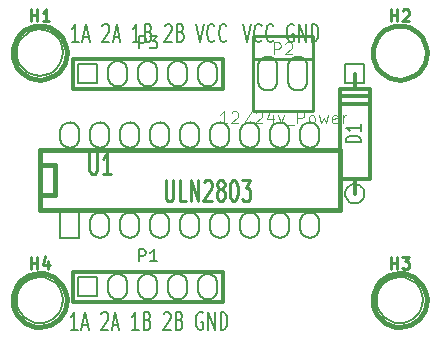
<source format=gto>
G04 (created by PCBNEW-RS274X (2011-07-08 BZR 3044)-stable) date 2012-09-13 22:13:04*
G01*
G70*
G90*
%MOIN*%
G04 Gerber Fmt 3.4, Leading zero omitted, Abs format*
%FSLAX34Y34*%
G04 APERTURE LIST*
%ADD10C,0.006000*%
%ADD11C,0.007900*%
%ADD12C,0.015000*%
%ADD13C,0.010000*%
%ADD14C,0.012000*%
%ADD15C,0.003500*%
%ADD16C,0.008000*%
%ADD17C,0.011300*%
G04 APERTURE END LIST*
G54D10*
G54D11*
X17018Y-35239D02*
X16793Y-35239D01*
X16906Y-35239D02*
X16906Y-34648D01*
X16868Y-34732D01*
X16831Y-34788D01*
X16793Y-34817D01*
X17168Y-35070D02*
X17356Y-35070D01*
X17131Y-35239D02*
X17262Y-34648D01*
X17393Y-35239D01*
X17806Y-34704D02*
X17825Y-34676D01*
X17862Y-34648D01*
X17956Y-34648D01*
X17994Y-34676D01*
X18012Y-34704D01*
X18031Y-34760D01*
X18031Y-34817D01*
X18012Y-34901D01*
X17787Y-35239D01*
X18031Y-35239D01*
X18181Y-35070D02*
X18369Y-35070D01*
X18144Y-35239D02*
X18275Y-34648D01*
X18406Y-35239D01*
X19044Y-35239D02*
X18819Y-35239D01*
X18932Y-35239D02*
X18932Y-34648D01*
X18894Y-34732D01*
X18857Y-34788D01*
X18819Y-34817D01*
X19344Y-34929D02*
X19400Y-34957D01*
X19419Y-34985D01*
X19438Y-35042D01*
X19438Y-35126D01*
X19419Y-35182D01*
X19400Y-35211D01*
X19363Y-35239D01*
X19213Y-35239D01*
X19213Y-34648D01*
X19344Y-34648D01*
X19382Y-34676D01*
X19400Y-34704D01*
X19419Y-34760D01*
X19419Y-34817D01*
X19400Y-34873D01*
X19382Y-34901D01*
X19344Y-34929D01*
X19213Y-34929D01*
X19888Y-34704D02*
X19907Y-34676D01*
X19944Y-34648D01*
X20038Y-34648D01*
X20076Y-34676D01*
X20094Y-34704D01*
X20113Y-34760D01*
X20113Y-34817D01*
X20094Y-34901D01*
X19869Y-35239D01*
X20113Y-35239D01*
X20413Y-34929D02*
X20469Y-34957D01*
X20488Y-34985D01*
X20507Y-35042D01*
X20507Y-35126D01*
X20488Y-35182D01*
X20469Y-35211D01*
X20432Y-35239D01*
X20282Y-35239D01*
X20282Y-34648D01*
X20413Y-34648D01*
X20451Y-34676D01*
X20469Y-34704D01*
X20488Y-34760D01*
X20488Y-34817D01*
X20469Y-34873D01*
X20451Y-34901D01*
X20413Y-34929D01*
X20282Y-34929D01*
X21182Y-34676D02*
X21145Y-34648D01*
X21088Y-34648D01*
X21032Y-34676D01*
X20995Y-34732D01*
X20976Y-34788D01*
X20957Y-34901D01*
X20957Y-34985D01*
X20976Y-35098D01*
X20995Y-35154D01*
X21032Y-35211D01*
X21088Y-35239D01*
X21126Y-35239D01*
X21182Y-35211D01*
X21201Y-35182D01*
X21201Y-34985D01*
X21126Y-34985D01*
X21370Y-35239D02*
X21370Y-34648D01*
X21595Y-35239D01*
X21595Y-34648D01*
X21783Y-35239D02*
X21783Y-34648D01*
X21877Y-34648D01*
X21933Y-34676D01*
X21970Y-34732D01*
X21989Y-34788D01*
X22008Y-34901D01*
X22008Y-34985D01*
X21989Y-35098D01*
X21970Y-35154D01*
X21933Y-35211D01*
X21877Y-35239D01*
X21783Y-35239D01*
X22525Y-25043D02*
X22656Y-25643D01*
X22787Y-25043D01*
X23144Y-25586D02*
X23125Y-25614D01*
X23069Y-25643D01*
X23031Y-25643D01*
X22975Y-25614D01*
X22938Y-25557D01*
X22919Y-25500D01*
X22900Y-25386D01*
X22900Y-25300D01*
X22919Y-25186D01*
X22938Y-25129D01*
X22975Y-25071D01*
X23031Y-25043D01*
X23069Y-25043D01*
X23125Y-25071D01*
X23144Y-25100D01*
X23538Y-25586D02*
X23519Y-25614D01*
X23463Y-25643D01*
X23425Y-25643D01*
X23369Y-25614D01*
X23332Y-25557D01*
X23313Y-25500D01*
X23294Y-25386D01*
X23294Y-25300D01*
X23313Y-25186D01*
X23332Y-25129D01*
X23369Y-25071D01*
X23425Y-25043D01*
X23463Y-25043D01*
X23519Y-25071D01*
X23538Y-25100D01*
X24213Y-25071D02*
X24176Y-25043D01*
X24119Y-25043D01*
X24063Y-25071D01*
X24026Y-25129D01*
X24007Y-25186D01*
X23988Y-25300D01*
X23988Y-25386D01*
X24007Y-25500D01*
X24026Y-25557D01*
X24063Y-25614D01*
X24119Y-25643D01*
X24157Y-25643D01*
X24213Y-25614D01*
X24232Y-25586D01*
X24232Y-25386D01*
X24157Y-25386D01*
X24401Y-25643D02*
X24401Y-25043D01*
X24626Y-25643D01*
X24626Y-25043D01*
X24814Y-25643D02*
X24814Y-25043D01*
X24908Y-25043D01*
X24964Y-25071D01*
X25001Y-25129D01*
X25020Y-25186D01*
X25039Y-25300D01*
X25039Y-25386D01*
X25020Y-25500D01*
X25001Y-25557D01*
X24964Y-25614D01*
X24908Y-25643D01*
X24814Y-25643D01*
X17055Y-25643D02*
X16830Y-25643D01*
X16943Y-25643D02*
X16943Y-25043D01*
X16905Y-25129D01*
X16868Y-25186D01*
X16830Y-25214D01*
X17205Y-25471D02*
X17393Y-25471D01*
X17168Y-25643D02*
X17299Y-25043D01*
X17430Y-25643D01*
X17843Y-25100D02*
X17862Y-25071D01*
X17899Y-25043D01*
X17993Y-25043D01*
X18031Y-25071D01*
X18049Y-25100D01*
X18068Y-25157D01*
X18068Y-25214D01*
X18049Y-25300D01*
X17824Y-25643D01*
X18068Y-25643D01*
X18218Y-25471D02*
X18406Y-25471D01*
X18181Y-25643D02*
X18312Y-25043D01*
X18443Y-25643D01*
X19081Y-25643D02*
X18856Y-25643D01*
X18969Y-25643D02*
X18969Y-25043D01*
X18931Y-25129D01*
X18894Y-25186D01*
X18856Y-25214D01*
X19381Y-25329D02*
X19437Y-25357D01*
X19456Y-25386D01*
X19475Y-25443D01*
X19475Y-25529D01*
X19456Y-25586D01*
X19437Y-25614D01*
X19400Y-25643D01*
X19250Y-25643D01*
X19250Y-25043D01*
X19381Y-25043D01*
X19419Y-25071D01*
X19437Y-25100D01*
X19456Y-25157D01*
X19456Y-25214D01*
X19437Y-25271D01*
X19419Y-25300D01*
X19381Y-25329D01*
X19250Y-25329D01*
X19925Y-25100D02*
X19944Y-25071D01*
X19981Y-25043D01*
X20075Y-25043D01*
X20113Y-25071D01*
X20131Y-25100D01*
X20150Y-25157D01*
X20150Y-25214D01*
X20131Y-25300D01*
X19906Y-25643D01*
X20150Y-25643D01*
X20450Y-25329D02*
X20506Y-25357D01*
X20525Y-25386D01*
X20544Y-25443D01*
X20544Y-25529D01*
X20525Y-25586D01*
X20506Y-25614D01*
X20469Y-25643D01*
X20319Y-25643D01*
X20319Y-25043D01*
X20450Y-25043D01*
X20488Y-25071D01*
X20506Y-25100D01*
X20525Y-25157D01*
X20525Y-25214D01*
X20506Y-25271D01*
X20488Y-25300D01*
X20450Y-25329D01*
X20319Y-25329D01*
X20957Y-25043D02*
X21088Y-25643D01*
X21219Y-25043D01*
X21576Y-25586D02*
X21557Y-25614D01*
X21501Y-25643D01*
X21463Y-25643D01*
X21407Y-25614D01*
X21370Y-25557D01*
X21351Y-25500D01*
X21332Y-25386D01*
X21332Y-25300D01*
X21351Y-25186D01*
X21370Y-25129D01*
X21407Y-25071D01*
X21463Y-25043D01*
X21501Y-25043D01*
X21557Y-25071D01*
X21576Y-25100D01*
X21970Y-25586D02*
X21951Y-25614D01*
X21895Y-25643D01*
X21857Y-25643D01*
X21801Y-25614D01*
X21764Y-25557D01*
X21745Y-25500D01*
X21726Y-25386D01*
X21726Y-25300D01*
X21745Y-25186D01*
X21764Y-25129D01*
X21801Y-25071D01*
X21857Y-25043D01*
X21895Y-25043D01*
X21951Y-25071D01*
X21970Y-25100D01*
G54D12*
X16650Y-26000D02*
X16632Y-26174D01*
X16582Y-26342D01*
X16499Y-26498D01*
X16388Y-26634D01*
X16253Y-26746D01*
X16098Y-26829D01*
X15930Y-26881D01*
X15756Y-26899D01*
X15582Y-26884D01*
X15413Y-26834D01*
X15258Y-26753D01*
X15121Y-26643D01*
X15008Y-26508D01*
X14923Y-26354D01*
X14870Y-26187D01*
X14851Y-26012D01*
X14865Y-25838D01*
X14914Y-25669D01*
X14994Y-25513D01*
X15103Y-25375D01*
X15237Y-25261D01*
X15390Y-25176D01*
X15557Y-25121D01*
X15732Y-25101D01*
X15906Y-25114D01*
X16075Y-25161D01*
X16232Y-25241D01*
X16370Y-25349D01*
X16485Y-25482D01*
X16572Y-25634D01*
X16627Y-25801D01*
X16649Y-25975D01*
X16650Y-26000D01*
X28650Y-26000D02*
X28632Y-26174D01*
X28582Y-26342D01*
X28499Y-26498D01*
X28388Y-26634D01*
X28253Y-26746D01*
X28098Y-26829D01*
X27930Y-26881D01*
X27756Y-26899D01*
X27582Y-26884D01*
X27413Y-26834D01*
X27258Y-26753D01*
X27121Y-26643D01*
X27008Y-26508D01*
X26923Y-26354D01*
X26870Y-26187D01*
X26851Y-26012D01*
X26865Y-25838D01*
X26914Y-25669D01*
X26994Y-25513D01*
X27103Y-25375D01*
X27237Y-25261D01*
X27390Y-25176D01*
X27557Y-25121D01*
X27732Y-25101D01*
X27906Y-25114D01*
X28075Y-25161D01*
X28232Y-25241D01*
X28370Y-25349D01*
X28485Y-25482D01*
X28572Y-25634D01*
X28627Y-25801D01*
X28649Y-25975D01*
X28650Y-26000D01*
X28650Y-34250D02*
X28632Y-34424D01*
X28582Y-34592D01*
X28499Y-34748D01*
X28388Y-34884D01*
X28253Y-34996D01*
X28098Y-35079D01*
X27930Y-35131D01*
X27756Y-35149D01*
X27582Y-35134D01*
X27413Y-35084D01*
X27258Y-35003D01*
X27121Y-34893D01*
X27008Y-34758D01*
X26923Y-34604D01*
X26870Y-34437D01*
X26851Y-34262D01*
X26865Y-34088D01*
X26914Y-33919D01*
X26994Y-33763D01*
X27103Y-33625D01*
X27237Y-33511D01*
X27390Y-33426D01*
X27557Y-33371D01*
X27732Y-33351D01*
X27906Y-33364D01*
X28075Y-33411D01*
X28232Y-33491D01*
X28370Y-33599D01*
X28485Y-33732D01*
X28572Y-33884D01*
X28627Y-34051D01*
X28649Y-34225D01*
X28650Y-34250D01*
X16650Y-34250D02*
X16632Y-34424D01*
X16582Y-34592D01*
X16499Y-34748D01*
X16388Y-34884D01*
X16253Y-34996D01*
X16098Y-35079D01*
X15930Y-35131D01*
X15756Y-35149D01*
X15582Y-35134D01*
X15413Y-35084D01*
X15258Y-35003D01*
X15121Y-34893D01*
X15008Y-34758D01*
X14923Y-34604D01*
X14870Y-34437D01*
X14851Y-34262D01*
X14865Y-34088D01*
X14914Y-33919D01*
X14994Y-33763D01*
X15103Y-33625D01*
X15237Y-33511D01*
X15390Y-33426D01*
X15557Y-33371D01*
X15732Y-33351D01*
X15906Y-33364D01*
X16075Y-33411D01*
X16232Y-33491D01*
X16370Y-33599D01*
X16485Y-33732D01*
X16572Y-33884D01*
X16627Y-34051D01*
X16649Y-34225D01*
X16650Y-34250D01*
G54D13*
X24850Y-26200D02*
X22850Y-26200D01*
X24850Y-27950D02*
X22850Y-27950D01*
X22850Y-25450D02*
X24850Y-25450D01*
X22850Y-25450D02*
X22850Y-27950D01*
X24850Y-25450D02*
X24850Y-27950D01*
G54D14*
X16850Y-33300D02*
X16850Y-34300D01*
X21850Y-34300D02*
X21850Y-33300D01*
X16850Y-33300D02*
X21850Y-33300D01*
X21850Y-34300D02*
X16850Y-34300D01*
X16850Y-26200D02*
X16850Y-27200D01*
X21850Y-27200D02*
X21850Y-26200D01*
X16850Y-26200D02*
X21850Y-26200D01*
X21850Y-27200D02*
X16850Y-27200D01*
X25750Y-30200D02*
X25750Y-27200D01*
X25750Y-27200D02*
X26750Y-27200D01*
X26750Y-27200D02*
X26750Y-30200D01*
X26750Y-30200D02*
X25750Y-30200D01*
X25750Y-27450D02*
X26750Y-27450D01*
X26750Y-27700D02*
X25750Y-27700D01*
X26250Y-30200D02*
X26250Y-30700D01*
X26250Y-27200D02*
X26250Y-26700D01*
G54D12*
X15750Y-29750D02*
X16250Y-29750D01*
X16250Y-29750D02*
X16250Y-30750D01*
X16250Y-30750D02*
X15750Y-30750D01*
X15750Y-29250D02*
X25750Y-29250D01*
X25750Y-29250D02*
X25750Y-31250D01*
X25750Y-31250D02*
X15750Y-31250D01*
X15750Y-31250D02*
X15750Y-29250D01*
G54D10*
X16520Y-26000D02*
X16505Y-26149D01*
X16461Y-26293D01*
X16391Y-26426D01*
X16296Y-26542D01*
X16180Y-26638D01*
X16048Y-26709D01*
X15904Y-26754D01*
X15755Y-26769D01*
X15606Y-26756D01*
X15462Y-26713D01*
X15329Y-26644D01*
X15212Y-26550D01*
X15115Y-26435D01*
X15043Y-26303D01*
X14997Y-26160D01*
X14981Y-26010D01*
X14993Y-25862D01*
X15035Y-25717D01*
X15103Y-25583D01*
X15197Y-25466D01*
X15311Y-25368D01*
X15442Y-25295D01*
X15585Y-25248D01*
X15734Y-25231D01*
X15883Y-25242D01*
X16028Y-25283D01*
X16162Y-25350D01*
X16281Y-25443D01*
X16379Y-25557D01*
X16453Y-25687D01*
X16500Y-25830D01*
X16519Y-25979D01*
X16520Y-26000D01*
X28520Y-34250D02*
X28505Y-34399D01*
X28461Y-34543D01*
X28391Y-34676D01*
X28296Y-34792D01*
X28180Y-34888D01*
X28048Y-34959D01*
X27904Y-35004D01*
X27755Y-35019D01*
X27606Y-35006D01*
X27462Y-34963D01*
X27329Y-34894D01*
X27212Y-34800D01*
X27115Y-34685D01*
X27043Y-34553D01*
X26997Y-34410D01*
X26981Y-34260D01*
X26993Y-34112D01*
X27035Y-33967D01*
X27103Y-33833D01*
X27197Y-33716D01*
X27311Y-33618D01*
X27442Y-33545D01*
X27585Y-33498D01*
X27734Y-33481D01*
X27883Y-33492D01*
X28028Y-33533D01*
X28162Y-33600D01*
X28281Y-33693D01*
X28379Y-33807D01*
X28453Y-33937D01*
X28500Y-34080D01*
X28519Y-34229D01*
X28520Y-34250D01*
X16520Y-34250D02*
X16505Y-34399D01*
X16461Y-34543D01*
X16391Y-34676D01*
X16296Y-34792D01*
X16180Y-34888D01*
X16048Y-34959D01*
X15904Y-35004D01*
X15755Y-35019D01*
X15606Y-35006D01*
X15462Y-34963D01*
X15329Y-34894D01*
X15212Y-34800D01*
X15115Y-34685D01*
X15043Y-34553D01*
X14997Y-34410D01*
X14981Y-34260D01*
X14993Y-34112D01*
X15035Y-33967D01*
X15103Y-33833D01*
X15197Y-33716D01*
X15311Y-33618D01*
X15442Y-33545D01*
X15585Y-33498D01*
X15734Y-33481D01*
X15883Y-33492D01*
X16028Y-33533D01*
X16162Y-33600D01*
X16281Y-33693D01*
X16379Y-33807D01*
X16453Y-33937D01*
X16500Y-34080D01*
X16519Y-34229D01*
X16520Y-34250D01*
X23026Y-26461D02*
X23026Y-26939D01*
X23674Y-26461D02*
X23674Y-26939D01*
X23026Y-26939D02*
X23028Y-26967D01*
X23031Y-26995D01*
X23038Y-27022D01*
X23046Y-27049D01*
X23057Y-27075D01*
X23070Y-27100D01*
X23085Y-27124D01*
X23102Y-27147D01*
X23121Y-27168D01*
X23142Y-27187D01*
X23165Y-27204D01*
X23188Y-27219D01*
X23214Y-27232D01*
X23240Y-27243D01*
X23267Y-27251D01*
X23294Y-27258D01*
X23322Y-27261D01*
X23350Y-27263D01*
X23378Y-27261D01*
X23406Y-27258D01*
X23433Y-27251D01*
X23460Y-27243D01*
X23486Y-27232D01*
X23512Y-27219D01*
X23535Y-27204D01*
X23558Y-27187D01*
X23579Y-27168D01*
X23598Y-27147D01*
X23615Y-27124D01*
X23630Y-27101D01*
X23643Y-27075D01*
X23654Y-27049D01*
X23662Y-27022D01*
X23669Y-26995D01*
X23672Y-26967D01*
X23674Y-26939D01*
X23674Y-26461D02*
X23672Y-26433D01*
X23669Y-26405D01*
X23662Y-26378D01*
X23654Y-26351D01*
X23643Y-26325D01*
X23630Y-26300D01*
X23615Y-26276D01*
X23598Y-26253D01*
X23579Y-26232D01*
X23558Y-26213D01*
X23535Y-26196D01*
X23512Y-26181D01*
X23486Y-26168D01*
X23460Y-26157D01*
X23433Y-26149D01*
X23406Y-26142D01*
X23378Y-26139D01*
X23350Y-26137D01*
X23322Y-26139D01*
X23294Y-26142D01*
X23267Y-26149D01*
X23240Y-26157D01*
X23214Y-26168D01*
X23189Y-26181D01*
X23165Y-26196D01*
X23142Y-26213D01*
X23121Y-26232D01*
X23102Y-26253D01*
X23085Y-26276D01*
X23070Y-26300D01*
X23057Y-26325D01*
X23046Y-26351D01*
X23038Y-26378D01*
X23031Y-26405D01*
X23028Y-26433D01*
X23026Y-26461D01*
X24026Y-26461D02*
X24026Y-26939D01*
X24674Y-26461D02*
X24674Y-26939D01*
X24026Y-26939D02*
X24028Y-26967D01*
X24031Y-26995D01*
X24038Y-27022D01*
X24046Y-27049D01*
X24057Y-27075D01*
X24070Y-27100D01*
X24085Y-27124D01*
X24102Y-27147D01*
X24121Y-27168D01*
X24142Y-27187D01*
X24165Y-27204D01*
X24188Y-27219D01*
X24214Y-27232D01*
X24240Y-27243D01*
X24267Y-27251D01*
X24294Y-27258D01*
X24322Y-27261D01*
X24350Y-27263D01*
X24378Y-27261D01*
X24406Y-27258D01*
X24433Y-27251D01*
X24460Y-27243D01*
X24486Y-27232D01*
X24512Y-27219D01*
X24535Y-27204D01*
X24558Y-27187D01*
X24579Y-27168D01*
X24598Y-27147D01*
X24615Y-27124D01*
X24630Y-27101D01*
X24643Y-27075D01*
X24654Y-27049D01*
X24662Y-27022D01*
X24669Y-26995D01*
X24672Y-26967D01*
X24674Y-26939D01*
X24674Y-26461D02*
X24672Y-26433D01*
X24669Y-26405D01*
X24662Y-26378D01*
X24654Y-26351D01*
X24643Y-26325D01*
X24630Y-26300D01*
X24615Y-26276D01*
X24598Y-26253D01*
X24579Y-26232D01*
X24558Y-26213D01*
X24535Y-26196D01*
X24512Y-26181D01*
X24486Y-26168D01*
X24460Y-26157D01*
X24433Y-26149D01*
X24406Y-26142D01*
X24378Y-26139D01*
X24350Y-26137D01*
X24322Y-26139D01*
X24294Y-26142D01*
X24267Y-26149D01*
X24240Y-26157D01*
X24214Y-26168D01*
X24189Y-26181D01*
X24165Y-26196D01*
X24142Y-26213D01*
X24121Y-26232D01*
X24102Y-26253D01*
X24085Y-26276D01*
X24070Y-26300D01*
X24057Y-26325D01*
X24046Y-26351D01*
X24038Y-26378D01*
X24031Y-26405D01*
X24028Y-26433D01*
X24026Y-26461D01*
X17026Y-33476D02*
X17026Y-34124D01*
X17674Y-34124D01*
X17674Y-33476D01*
X17026Y-33476D01*
X18026Y-33705D02*
X18026Y-33895D01*
X18674Y-33705D02*
X18674Y-33895D01*
X18026Y-33895D02*
X18028Y-33923D01*
X18031Y-33951D01*
X18038Y-33978D01*
X18046Y-34005D01*
X18057Y-34031D01*
X18070Y-34056D01*
X18085Y-34080D01*
X18102Y-34103D01*
X18121Y-34124D01*
X18142Y-34143D01*
X18165Y-34160D01*
X18188Y-34175D01*
X18214Y-34188D01*
X18240Y-34199D01*
X18267Y-34207D01*
X18294Y-34214D01*
X18322Y-34217D01*
X18350Y-34219D01*
X18378Y-34217D01*
X18406Y-34214D01*
X18433Y-34207D01*
X18460Y-34199D01*
X18486Y-34188D01*
X18512Y-34175D01*
X18535Y-34160D01*
X18558Y-34143D01*
X18579Y-34124D01*
X18598Y-34103D01*
X18615Y-34080D01*
X18630Y-34057D01*
X18643Y-34031D01*
X18654Y-34005D01*
X18662Y-33978D01*
X18669Y-33951D01*
X18672Y-33923D01*
X18674Y-33895D01*
X18674Y-33705D02*
X18672Y-33677D01*
X18669Y-33649D01*
X18662Y-33622D01*
X18654Y-33595D01*
X18643Y-33569D01*
X18630Y-33544D01*
X18615Y-33520D01*
X18598Y-33497D01*
X18579Y-33476D01*
X18558Y-33457D01*
X18535Y-33440D01*
X18512Y-33425D01*
X18486Y-33412D01*
X18460Y-33401D01*
X18433Y-33393D01*
X18406Y-33386D01*
X18378Y-33383D01*
X18350Y-33381D01*
X18322Y-33383D01*
X18294Y-33386D01*
X18267Y-33393D01*
X18240Y-33401D01*
X18214Y-33412D01*
X18189Y-33425D01*
X18165Y-33440D01*
X18142Y-33457D01*
X18121Y-33476D01*
X18102Y-33497D01*
X18085Y-33520D01*
X18070Y-33544D01*
X18057Y-33569D01*
X18046Y-33595D01*
X18038Y-33622D01*
X18031Y-33649D01*
X18028Y-33677D01*
X18026Y-33705D01*
X19026Y-33705D02*
X19026Y-33895D01*
X19674Y-33705D02*
X19674Y-33895D01*
X19026Y-33895D02*
X19028Y-33923D01*
X19031Y-33951D01*
X19038Y-33978D01*
X19046Y-34005D01*
X19057Y-34031D01*
X19070Y-34056D01*
X19085Y-34080D01*
X19102Y-34103D01*
X19121Y-34124D01*
X19142Y-34143D01*
X19165Y-34160D01*
X19188Y-34175D01*
X19214Y-34188D01*
X19240Y-34199D01*
X19267Y-34207D01*
X19294Y-34214D01*
X19322Y-34217D01*
X19350Y-34219D01*
X19378Y-34217D01*
X19406Y-34214D01*
X19433Y-34207D01*
X19460Y-34199D01*
X19486Y-34188D01*
X19512Y-34175D01*
X19535Y-34160D01*
X19558Y-34143D01*
X19579Y-34124D01*
X19598Y-34103D01*
X19615Y-34080D01*
X19630Y-34057D01*
X19643Y-34031D01*
X19654Y-34005D01*
X19662Y-33978D01*
X19669Y-33951D01*
X19672Y-33923D01*
X19674Y-33895D01*
X19674Y-33705D02*
X19672Y-33677D01*
X19669Y-33649D01*
X19662Y-33622D01*
X19654Y-33595D01*
X19643Y-33569D01*
X19630Y-33544D01*
X19615Y-33520D01*
X19598Y-33497D01*
X19579Y-33476D01*
X19558Y-33457D01*
X19535Y-33440D01*
X19512Y-33425D01*
X19486Y-33412D01*
X19460Y-33401D01*
X19433Y-33393D01*
X19406Y-33386D01*
X19378Y-33383D01*
X19350Y-33381D01*
X19322Y-33383D01*
X19294Y-33386D01*
X19267Y-33393D01*
X19240Y-33401D01*
X19214Y-33412D01*
X19189Y-33425D01*
X19165Y-33440D01*
X19142Y-33457D01*
X19121Y-33476D01*
X19102Y-33497D01*
X19085Y-33520D01*
X19070Y-33544D01*
X19057Y-33569D01*
X19046Y-33595D01*
X19038Y-33622D01*
X19031Y-33649D01*
X19028Y-33677D01*
X19026Y-33705D01*
X20026Y-33705D02*
X20026Y-33895D01*
X20674Y-33705D02*
X20674Y-33895D01*
X20026Y-33895D02*
X20028Y-33923D01*
X20031Y-33951D01*
X20038Y-33978D01*
X20046Y-34005D01*
X20057Y-34031D01*
X20070Y-34056D01*
X20085Y-34080D01*
X20102Y-34103D01*
X20121Y-34124D01*
X20142Y-34143D01*
X20165Y-34160D01*
X20188Y-34175D01*
X20214Y-34188D01*
X20240Y-34199D01*
X20267Y-34207D01*
X20294Y-34214D01*
X20322Y-34217D01*
X20350Y-34219D01*
X20378Y-34217D01*
X20406Y-34214D01*
X20433Y-34207D01*
X20460Y-34199D01*
X20486Y-34188D01*
X20512Y-34175D01*
X20535Y-34160D01*
X20558Y-34143D01*
X20579Y-34124D01*
X20598Y-34103D01*
X20615Y-34080D01*
X20630Y-34057D01*
X20643Y-34031D01*
X20654Y-34005D01*
X20662Y-33978D01*
X20669Y-33951D01*
X20672Y-33923D01*
X20674Y-33895D01*
X20674Y-33705D02*
X20672Y-33677D01*
X20669Y-33649D01*
X20662Y-33622D01*
X20654Y-33595D01*
X20643Y-33569D01*
X20630Y-33544D01*
X20615Y-33520D01*
X20598Y-33497D01*
X20579Y-33476D01*
X20558Y-33457D01*
X20535Y-33440D01*
X20512Y-33425D01*
X20486Y-33412D01*
X20460Y-33401D01*
X20433Y-33393D01*
X20406Y-33386D01*
X20378Y-33383D01*
X20350Y-33381D01*
X20322Y-33383D01*
X20294Y-33386D01*
X20267Y-33393D01*
X20240Y-33401D01*
X20214Y-33412D01*
X20189Y-33425D01*
X20165Y-33440D01*
X20142Y-33457D01*
X20121Y-33476D01*
X20102Y-33497D01*
X20085Y-33520D01*
X20070Y-33544D01*
X20057Y-33569D01*
X20046Y-33595D01*
X20038Y-33622D01*
X20031Y-33649D01*
X20028Y-33677D01*
X20026Y-33705D01*
X21026Y-33705D02*
X21026Y-33895D01*
X21674Y-33705D02*
X21674Y-33895D01*
X21026Y-33895D02*
X21028Y-33923D01*
X21031Y-33951D01*
X21038Y-33978D01*
X21046Y-34005D01*
X21057Y-34031D01*
X21070Y-34056D01*
X21085Y-34080D01*
X21102Y-34103D01*
X21121Y-34124D01*
X21142Y-34143D01*
X21165Y-34160D01*
X21188Y-34175D01*
X21214Y-34188D01*
X21240Y-34199D01*
X21267Y-34207D01*
X21294Y-34214D01*
X21322Y-34217D01*
X21350Y-34219D01*
X21378Y-34217D01*
X21406Y-34214D01*
X21433Y-34207D01*
X21460Y-34199D01*
X21486Y-34188D01*
X21512Y-34175D01*
X21535Y-34160D01*
X21558Y-34143D01*
X21579Y-34124D01*
X21598Y-34103D01*
X21615Y-34080D01*
X21630Y-34057D01*
X21643Y-34031D01*
X21654Y-34005D01*
X21662Y-33978D01*
X21669Y-33951D01*
X21672Y-33923D01*
X21674Y-33895D01*
X21674Y-33705D02*
X21672Y-33677D01*
X21669Y-33649D01*
X21662Y-33622D01*
X21654Y-33595D01*
X21643Y-33569D01*
X21630Y-33544D01*
X21615Y-33520D01*
X21598Y-33497D01*
X21579Y-33476D01*
X21558Y-33457D01*
X21535Y-33440D01*
X21512Y-33425D01*
X21486Y-33412D01*
X21460Y-33401D01*
X21433Y-33393D01*
X21406Y-33386D01*
X21378Y-33383D01*
X21350Y-33381D01*
X21322Y-33383D01*
X21294Y-33386D01*
X21267Y-33393D01*
X21240Y-33401D01*
X21214Y-33412D01*
X21189Y-33425D01*
X21165Y-33440D01*
X21142Y-33457D01*
X21121Y-33476D01*
X21102Y-33497D01*
X21085Y-33520D01*
X21070Y-33544D01*
X21057Y-33569D01*
X21046Y-33595D01*
X21038Y-33622D01*
X21031Y-33649D01*
X21028Y-33677D01*
X21026Y-33705D01*
X17026Y-26376D02*
X17026Y-27024D01*
X17674Y-27024D01*
X17674Y-26376D01*
X17026Y-26376D01*
X18026Y-26605D02*
X18026Y-26795D01*
X18674Y-26605D02*
X18674Y-26795D01*
X18026Y-26795D02*
X18028Y-26823D01*
X18031Y-26851D01*
X18038Y-26878D01*
X18046Y-26905D01*
X18057Y-26931D01*
X18070Y-26956D01*
X18085Y-26980D01*
X18102Y-27003D01*
X18121Y-27024D01*
X18142Y-27043D01*
X18165Y-27060D01*
X18188Y-27075D01*
X18214Y-27088D01*
X18240Y-27099D01*
X18267Y-27107D01*
X18294Y-27114D01*
X18322Y-27117D01*
X18350Y-27119D01*
X18378Y-27117D01*
X18406Y-27114D01*
X18433Y-27107D01*
X18460Y-27099D01*
X18486Y-27088D01*
X18512Y-27075D01*
X18535Y-27060D01*
X18558Y-27043D01*
X18579Y-27024D01*
X18598Y-27003D01*
X18615Y-26980D01*
X18630Y-26957D01*
X18643Y-26931D01*
X18654Y-26905D01*
X18662Y-26878D01*
X18669Y-26851D01*
X18672Y-26823D01*
X18674Y-26795D01*
X18674Y-26605D02*
X18672Y-26577D01*
X18669Y-26549D01*
X18662Y-26522D01*
X18654Y-26495D01*
X18643Y-26469D01*
X18630Y-26444D01*
X18615Y-26420D01*
X18598Y-26397D01*
X18579Y-26376D01*
X18558Y-26357D01*
X18535Y-26340D01*
X18512Y-26325D01*
X18486Y-26312D01*
X18460Y-26301D01*
X18433Y-26293D01*
X18406Y-26286D01*
X18378Y-26283D01*
X18350Y-26281D01*
X18322Y-26283D01*
X18294Y-26286D01*
X18267Y-26293D01*
X18240Y-26301D01*
X18214Y-26312D01*
X18189Y-26325D01*
X18165Y-26340D01*
X18142Y-26357D01*
X18121Y-26376D01*
X18102Y-26397D01*
X18085Y-26420D01*
X18070Y-26444D01*
X18057Y-26469D01*
X18046Y-26495D01*
X18038Y-26522D01*
X18031Y-26549D01*
X18028Y-26577D01*
X18026Y-26605D01*
X19026Y-26605D02*
X19026Y-26795D01*
X19674Y-26605D02*
X19674Y-26795D01*
X19026Y-26795D02*
X19028Y-26823D01*
X19031Y-26851D01*
X19038Y-26878D01*
X19046Y-26905D01*
X19057Y-26931D01*
X19070Y-26956D01*
X19085Y-26980D01*
X19102Y-27003D01*
X19121Y-27024D01*
X19142Y-27043D01*
X19165Y-27060D01*
X19188Y-27075D01*
X19214Y-27088D01*
X19240Y-27099D01*
X19267Y-27107D01*
X19294Y-27114D01*
X19322Y-27117D01*
X19350Y-27119D01*
X19378Y-27117D01*
X19406Y-27114D01*
X19433Y-27107D01*
X19460Y-27099D01*
X19486Y-27088D01*
X19512Y-27075D01*
X19535Y-27060D01*
X19558Y-27043D01*
X19579Y-27024D01*
X19598Y-27003D01*
X19615Y-26980D01*
X19630Y-26957D01*
X19643Y-26931D01*
X19654Y-26905D01*
X19662Y-26878D01*
X19669Y-26851D01*
X19672Y-26823D01*
X19674Y-26795D01*
X19674Y-26605D02*
X19672Y-26577D01*
X19669Y-26549D01*
X19662Y-26522D01*
X19654Y-26495D01*
X19643Y-26469D01*
X19630Y-26444D01*
X19615Y-26420D01*
X19598Y-26397D01*
X19579Y-26376D01*
X19558Y-26357D01*
X19535Y-26340D01*
X19512Y-26325D01*
X19486Y-26312D01*
X19460Y-26301D01*
X19433Y-26293D01*
X19406Y-26286D01*
X19378Y-26283D01*
X19350Y-26281D01*
X19322Y-26283D01*
X19294Y-26286D01*
X19267Y-26293D01*
X19240Y-26301D01*
X19214Y-26312D01*
X19189Y-26325D01*
X19165Y-26340D01*
X19142Y-26357D01*
X19121Y-26376D01*
X19102Y-26397D01*
X19085Y-26420D01*
X19070Y-26444D01*
X19057Y-26469D01*
X19046Y-26495D01*
X19038Y-26522D01*
X19031Y-26549D01*
X19028Y-26577D01*
X19026Y-26605D01*
X20026Y-26605D02*
X20026Y-26795D01*
X20674Y-26605D02*
X20674Y-26795D01*
X20026Y-26795D02*
X20028Y-26823D01*
X20031Y-26851D01*
X20038Y-26878D01*
X20046Y-26905D01*
X20057Y-26931D01*
X20070Y-26956D01*
X20085Y-26980D01*
X20102Y-27003D01*
X20121Y-27024D01*
X20142Y-27043D01*
X20165Y-27060D01*
X20188Y-27075D01*
X20214Y-27088D01*
X20240Y-27099D01*
X20267Y-27107D01*
X20294Y-27114D01*
X20322Y-27117D01*
X20350Y-27119D01*
X20378Y-27117D01*
X20406Y-27114D01*
X20433Y-27107D01*
X20460Y-27099D01*
X20486Y-27088D01*
X20512Y-27075D01*
X20535Y-27060D01*
X20558Y-27043D01*
X20579Y-27024D01*
X20598Y-27003D01*
X20615Y-26980D01*
X20630Y-26957D01*
X20643Y-26931D01*
X20654Y-26905D01*
X20662Y-26878D01*
X20669Y-26851D01*
X20672Y-26823D01*
X20674Y-26795D01*
X20674Y-26605D02*
X20672Y-26577D01*
X20669Y-26549D01*
X20662Y-26522D01*
X20654Y-26495D01*
X20643Y-26469D01*
X20630Y-26444D01*
X20615Y-26420D01*
X20598Y-26397D01*
X20579Y-26376D01*
X20558Y-26357D01*
X20535Y-26340D01*
X20512Y-26325D01*
X20486Y-26312D01*
X20460Y-26301D01*
X20433Y-26293D01*
X20406Y-26286D01*
X20378Y-26283D01*
X20350Y-26281D01*
X20322Y-26283D01*
X20294Y-26286D01*
X20267Y-26293D01*
X20240Y-26301D01*
X20214Y-26312D01*
X20189Y-26325D01*
X20165Y-26340D01*
X20142Y-26357D01*
X20121Y-26376D01*
X20102Y-26397D01*
X20085Y-26420D01*
X20070Y-26444D01*
X20057Y-26469D01*
X20046Y-26495D01*
X20038Y-26522D01*
X20031Y-26549D01*
X20028Y-26577D01*
X20026Y-26605D01*
X21026Y-26605D02*
X21026Y-26795D01*
X21674Y-26605D02*
X21674Y-26795D01*
X21026Y-26795D02*
X21028Y-26823D01*
X21031Y-26851D01*
X21038Y-26878D01*
X21046Y-26905D01*
X21057Y-26931D01*
X21070Y-26956D01*
X21085Y-26980D01*
X21102Y-27003D01*
X21121Y-27024D01*
X21142Y-27043D01*
X21165Y-27060D01*
X21188Y-27075D01*
X21214Y-27088D01*
X21240Y-27099D01*
X21267Y-27107D01*
X21294Y-27114D01*
X21322Y-27117D01*
X21350Y-27119D01*
X21378Y-27117D01*
X21406Y-27114D01*
X21433Y-27107D01*
X21460Y-27099D01*
X21486Y-27088D01*
X21512Y-27075D01*
X21535Y-27060D01*
X21558Y-27043D01*
X21579Y-27024D01*
X21598Y-27003D01*
X21615Y-26980D01*
X21630Y-26957D01*
X21643Y-26931D01*
X21654Y-26905D01*
X21662Y-26878D01*
X21669Y-26851D01*
X21672Y-26823D01*
X21674Y-26795D01*
X21674Y-26605D02*
X21672Y-26577D01*
X21669Y-26549D01*
X21662Y-26522D01*
X21654Y-26495D01*
X21643Y-26469D01*
X21630Y-26444D01*
X21615Y-26420D01*
X21598Y-26397D01*
X21579Y-26376D01*
X21558Y-26357D01*
X21535Y-26340D01*
X21512Y-26325D01*
X21486Y-26312D01*
X21460Y-26301D01*
X21433Y-26293D01*
X21406Y-26286D01*
X21378Y-26283D01*
X21350Y-26281D01*
X21322Y-26283D01*
X21294Y-26286D01*
X21267Y-26293D01*
X21240Y-26301D01*
X21214Y-26312D01*
X21189Y-26325D01*
X21165Y-26340D01*
X21142Y-26357D01*
X21121Y-26376D01*
X21102Y-26397D01*
X21085Y-26420D01*
X21070Y-26444D01*
X21057Y-26469D01*
X21046Y-26495D01*
X21038Y-26522D01*
X21031Y-26549D01*
X21028Y-26577D01*
X21026Y-26605D01*
X26574Y-30700D02*
X26567Y-30762D01*
X26549Y-30823D01*
X26519Y-30879D01*
X26479Y-30928D01*
X26431Y-30968D01*
X26375Y-30998D01*
X26315Y-31017D01*
X26252Y-31023D01*
X26190Y-31018D01*
X26129Y-31000D01*
X26073Y-30971D01*
X26024Y-30931D01*
X25983Y-30883D01*
X25953Y-30827D01*
X25934Y-30767D01*
X25927Y-30704D01*
X25932Y-30642D01*
X25949Y-30581D01*
X25978Y-30525D01*
X26017Y-30475D01*
X26066Y-30434D01*
X26121Y-30404D01*
X26181Y-30384D01*
X26244Y-30377D01*
X26306Y-30381D01*
X26367Y-30398D01*
X26423Y-30427D01*
X26473Y-30466D01*
X26514Y-30514D01*
X26545Y-30569D01*
X26565Y-30629D01*
X26573Y-30691D01*
X26574Y-30700D01*
X25930Y-26380D02*
X25930Y-27020D01*
X26570Y-27020D01*
X26570Y-26380D01*
X25930Y-26380D01*
X16426Y-31330D02*
X16426Y-32170D01*
X17074Y-32170D01*
X17074Y-31330D01*
X16426Y-31330D01*
X17426Y-31655D02*
X17426Y-31845D01*
X18074Y-31655D02*
X18074Y-31845D01*
X17426Y-31845D02*
X17428Y-31873D01*
X17431Y-31901D01*
X17438Y-31928D01*
X17446Y-31955D01*
X17457Y-31981D01*
X17470Y-32006D01*
X17485Y-32030D01*
X17502Y-32053D01*
X17521Y-32074D01*
X17542Y-32093D01*
X17565Y-32110D01*
X17588Y-32125D01*
X17614Y-32138D01*
X17640Y-32149D01*
X17667Y-32157D01*
X17694Y-32164D01*
X17722Y-32167D01*
X17750Y-32169D01*
X17778Y-32167D01*
X17806Y-32164D01*
X17833Y-32157D01*
X17860Y-32149D01*
X17886Y-32138D01*
X17912Y-32125D01*
X17935Y-32110D01*
X17958Y-32093D01*
X17979Y-32074D01*
X17998Y-32053D01*
X18015Y-32030D01*
X18030Y-32007D01*
X18043Y-31981D01*
X18054Y-31955D01*
X18062Y-31928D01*
X18069Y-31901D01*
X18072Y-31873D01*
X18074Y-31845D01*
X18074Y-31655D02*
X18072Y-31627D01*
X18069Y-31599D01*
X18062Y-31572D01*
X18054Y-31545D01*
X18043Y-31519D01*
X18030Y-31494D01*
X18015Y-31470D01*
X17998Y-31447D01*
X17979Y-31426D01*
X17958Y-31407D01*
X17935Y-31390D01*
X17912Y-31375D01*
X17886Y-31362D01*
X17860Y-31351D01*
X17833Y-31343D01*
X17806Y-31336D01*
X17778Y-31333D01*
X17750Y-31331D01*
X17722Y-31333D01*
X17694Y-31336D01*
X17667Y-31343D01*
X17640Y-31351D01*
X17614Y-31362D01*
X17589Y-31375D01*
X17565Y-31390D01*
X17542Y-31407D01*
X17521Y-31426D01*
X17502Y-31447D01*
X17485Y-31470D01*
X17470Y-31494D01*
X17457Y-31519D01*
X17446Y-31545D01*
X17438Y-31572D01*
X17431Y-31599D01*
X17428Y-31627D01*
X17426Y-31655D01*
X18426Y-31655D02*
X18426Y-31845D01*
X19074Y-31655D02*
X19074Y-31845D01*
X18426Y-31845D02*
X18428Y-31873D01*
X18431Y-31901D01*
X18438Y-31928D01*
X18446Y-31955D01*
X18457Y-31981D01*
X18470Y-32006D01*
X18485Y-32030D01*
X18502Y-32053D01*
X18521Y-32074D01*
X18542Y-32093D01*
X18565Y-32110D01*
X18588Y-32125D01*
X18614Y-32138D01*
X18640Y-32149D01*
X18667Y-32157D01*
X18694Y-32164D01*
X18722Y-32167D01*
X18750Y-32169D01*
X18778Y-32167D01*
X18806Y-32164D01*
X18833Y-32157D01*
X18860Y-32149D01*
X18886Y-32138D01*
X18912Y-32125D01*
X18935Y-32110D01*
X18958Y-32093D01*
X18979Y-32074D01*
X18998Y-32053D01*
X19015Y-32030D01*
X19030Y-32007D01*
X19043Y-31981D01*
X19054Y-31955D01*
X19062Y-31928D01*
X19069Y-31901D01*
X19072Y-31873D01*
X19074Y-31845D01*
X19074Y-31655D02*
X19072Y-31627D01*
X19069Y-31599D01*
X19062Y-31572D01*
X19054Y-31545D01*
X19043Y-31519D01*
X19030Y-31494D01*
X19015Y-31470D01*
X18998Y-31447D01*
X18979Y-31426D01*
X18958Y-31407D01*
X18935Y-31390D01*
X18912Y-31375D01*
X18886Y-31362D01*
X18860Y-31351D01*
X18833Y-31343D01*
X18806Y-31336D01*
X18778Y-31333D01*
X18750Y-31331D01*
X18722Y-31333D01*
X18694Y-31336D01*
X18667Y-31343D01*
X18640Y-31351D01*
X18614Y-31362D01*
X18589Y-31375D01*
X18565Y-31390D01*
X18542Y-31407D01*
X18521Y-31426D01*
X18502Y-31447D01*
X18485Y-31470D01*
X18470Y-31494D01*
X18457Y-31519D01*
X18446Y-31545D01*
X18438Y-31572D01*
X18431Y-31599D01*
X18428Y-31627D01*
X18426Y-31655D01*
X19426Y-31655D02*
X19426Y-31845D01*
X20074Y-31655D02*
X20074Y-31845D01*
X19426Y-31845D02*
X19428Y-31873D01*
X19431Y-31901D01*
X19438Y-31928D01*
X19446Y-31955D01*
X19457Y-31981D01*
X19470Y-32006D01*
X19485Y-32030D01*
X19502Y-32053D01*
X19521Y-32074D01*
X19542Y-32093D01*
X19565Y-32110D01*
X19588Y-32125D01*
X19614Y-32138D01*
X19640Y-32149D01*
X19667Y-32157D01*
X19694Y-32164D01*
X19722Y-32167D01*
X19750Y-32169D01*
X19778Y-32167D01*
X19806Y-32164D01*
X19833Y-32157D01*
X19860Y-32149D01*
X19886Y-32138D01*
X19912Y-32125D01*
X19935Y-32110D01*
X19958Y-32093D01*
X19979Y-32074D01*
X19998Y-32053D01*
X20015Y-32030D01*
X20030Y-32007D01*
X20043Y-31981D01*
X20054Y-31955D01*
X20062Y-31928D01*
X20069Y-31901D01*
X20072Y-31873D01*
X20074Y-31845D01*
X20074Y-31655D02*
X20072Y-31627D01*
X20069Y-31599D01*
X20062Y-31572D01*
X20054Y-31545D01*
X20043Y-31519D01*
X20030Y-31494D01*
X20015Y-31470D01*
X19998Y-31447D01*
X19979Y-31426D01*
X19958Y-31407D01*
X19935Y-31390D01*
X19912Y-31375D01*
X19886Y-31362D01*
X19860Y-31351D01*
X19833Y-31343D01*
X19806Y-31336D01*
X19778Y-31333D01*
X19750Y-31331D01*
X19722Y-31333D01*
X19694Y-31336D01*
X19667Y-31343D01*
X19640Y-31351D01*
X19614Y-31362D01*
X19589Y-31375D01*
X19565Y-31390D01*
X19542Y-31407D01*
X19521Y-31426D01*
X19502Y-31447D01*
X19485Y-31470D01*
X19470Y-31494D01*
X19457Y-31519D01*
X19446Y-31545D01*
X19438Y-31572D01*
X19431Y-31599D01*
X19428Y-31627D01*
X19426Y-31655D01*
X20426Y-31655D02*
X20426Y-31845D01*
X21074Y-31655D02*
X21074Y-31845D01*
X20426Y-31845D02*
X20428Y-31873D01*
X20431Y-31901D01*
X20438Y-31928D01*
X20446Y-31955D01*
X20457Y-31981D01*
X20470Y-32006D01*
X20485Y-32030D01*
X20502Y-32053D01*
X20521Y-32074D01*
X20542Y-32093D01*
X20565Y-32110D01*
X20588Y-32125D01*
X20614Y-32138D01*
X20640Y-32149D01*
X20667Y-32157D01*
X20694Y-32164D01*
X20722Y-32167D01*
X20750Y-32169D01*
X20778Y-32167D01*
X20806Y-32164D01*
X20833Y-32157D01*
X20860Y-32149D01*
X20886Y-32138D01*
X20912Y-32125D01*
X20935Y-32110D01*
X20958Y-32093D01*
X20979Y-32074D01*
X20998Y-32053D01*
X21015Y-32030D01*
X21030Y-32007D01*
X21043Y-31981D01*
X21054Y-31955D01*
X21062Y-31928D01*
X21069Y-31901D01*
X21072Y-31873D01*
X21074Y-31845D01*
X21074Y-31655D02*
X21072Y-31627D01*
X21069Y-31599D01*
X21062Y-31572D01*
X21054Y-31545D01*
X21043Y-31519D01*
X21030Y-31494D01*
X21015Y-31470D01*
X20998Y-31447D01*
X20979Y-31426D01*
X20958Y-31407D01*
X20935Y-31390D01*
X20912Y-31375D01*
X20886Y-31362D01*
X20860Y-31351D01*
X20833Y-31343D01*
X20806Y-31336D01*
X20778Y-31333D01*
X20750Y-31331D01*
X20722Y-31333D01*
X20694Y-31336D01*
X20667Y-31343D01*
X20640Y-31351D01*
X20614Y-31362D01*
X20589Y-31375D01*
X20565Y-31390D01*
X20542Y-31407D01*
X20521Y-31426D01*
X20502Y-31447D01*
X20485Y-31470D01*
X20470Y-31494D01*
X20457Y-31519D01*
X20446Y-31545D01*
X20438Y-31572D01*
X20431Y-31599D01*
X20428Y-31627D01*
X20426Y-31655D01*
X21426Y-31655D02*
X21426Y-31845D01*
X22074Y-31655D02*
X22074Y-31845D01*
X21426Y-31845D02*
X21428Y-31873D01*
X21431Y-31901D01*
X21438Y-31928D01*
X21446Y-31955D01*
X21457Y-31981D01*
X21470Y-32006D01*
X21485Y-32030D01*
X21502Y-32053D01*
X21521Y-32074D01*
X21542Y-32093D01*
X21565Y-32110D01*
X21588Y-32125D01*
X21614Y-32138D01*
X21640Y-32149D01*
X21667Y-32157D01*
X21694Y-32164D01*
X21722Y-32167D01*
X21750Y-32169D01*
X21778Y-32167D01*
X21806Y-32164D01*
X21833Y-32157D01*
X21860Y-32149D01*
X21886Y-32138D01*
X21912Y-32125D01*
X21935Y-32110D01*
X21958Y-32093D01*
X21979Y-32074D01*
X21998Y-32053D01*
X22015Y-32030D01*
X22030Y-32007D01*
X22043Y-31981D01*
X22054Y-31955D01*
X22062Y-31928D01*
X22069Y-31901D01*
X22072Y-31873D01*
X22074Y-31845D01*
X22074Y-31655D02*
X22072Y-31627D01*
X22069Y-31599D01*
X22062Y-31572D01*
X22054Y-31545D01*
X22043Y-31519D01*
X22030Y-31494D01*
X22015Y-31470D01*
X21998Y-31447D01*
X21979Y-31426D01*
X21958Y-31407D01*
X21935Y-31390D01*
X21912Y-31375D01*
X21886Y-31362D01*
X21860Y-31351D01*
X21833Y-31343D01*
X21806Y-31336D01*
X21778Y-31333D01*
X21750Y-31331D01*
X21722Y-31333D01*
X21694Y-31336D01*
X21667Y-31343D01*
X21640Y-31351D01*
X21614Y-31362D01*
X21589Y-31375D01*
X21565Y-31390D01*
X21542Y-31407D01*
X21521Y-31426D01*
X21502Y-31447D01*
X21485Y-31470D01*
X21470Y-31494D01*
X21457Y-31519D01*
X21446Y-31545D01*
X21438Y-31572D01*
X21431Y-31599D01*
X21428Y-31627D01*
X21426Y-31655D01*
X22426Y-31655D02*
X22426Y-31845D01*
X23074Y-31655D02*
X23074Y-31845D01*
X22426Y-31845D02*
X22428Y-31873D01*
X22431Y-31901D01*
X22438Y-31928D01*
X22446Y-31955D01*
X22457Y-31981D01*
X22470Y-32006D01*
X22485Y-32030D01*
X22502Y-32053D01*
X22521Y-32074D01*
X22542Y-32093D01*
X22565Y-32110D01*
X22588Y-32125D01*
X22614Y-32138D01*
X22640Y-32149D01*
X22667Y-32157D01*
X22694Y-32164D01*
X22722Y-32167D01*
X22750Y-32169D01*
X22778Y-32167D01*
X22806Y-32164D01*
X22833Y-32157D01*
X22860Y-32149D01*
X22886Y-32138D01*
X22912Y-32125D01*
X22935Y-32110D01*
X22958Y-32093D01*
X22979Y-32074D01*
X22998Y-32053D01*
X23015Y-32030D01*
X23030Y-32007D01*
X23043Y-31981D01*
X23054Y-31955D01*
X23062Y-31928D01*
X23069Y-31901D01*
X23072Y-31873D01*
X23074Y-31845D01*
X23074Y-31655D02*
X23072Y-31627D01*
X23069Y-31599D01*
X23062Y-31572D01*
X23054Y-31545D01*
X23043Y-31519D01*
X23030Y-31494D01*
X23015Y-31470D01*
X22998Y-31447D01*
X22979Y-31426D01*
X22958Y-31407D01*
X22935Y-31390D01*
X22912Y-31375D01*
X22886Y-31362D01*
X22860Y-31351D01*
X22833Y-31343D01*
X22806Y-31336D01*
X22778Y-31333D01*
X22750Y-31331D01*
X22722Y-31333D01*
X22694Y-31336D01*
X22667Y-31343D01*
X22640Y-31351D01*
X22614Y-31362D01*
X22589Y-31375D01*
X22565Y-31390D01*
X22542Y-31407D01*
X22521Y-31426D01*
X22502Y-31447D01*
X22485Y-31470D01*
X22470Y-31494D01*
X22457Y-31519D01*
X22446Y-31545D01*
X22438Y-31572D01*
X22431Y-31599D01*
X22428Y-31627D01*
X22426Y-31655D01*
X23426Y-31655D02*
X23426Y-31845D01*
X24074Y-31655D02*
X24074Y-31845D01*
X23426Y-31845D02*
X23428Y-31873D01*
X23431Y-31901D01*
X23438Y-31928D01*
X23446Y-31955D01*
X23457Y-31981D01*
X23470Y-32006D01*
X23485Y-32030D01*
X23502Y-32053D01*
X23521Y-32074D01*
X23542Y-32093D01*
X23565Y-32110D01*
X23588Y-32125D01*
X23614Y-32138D01*
X23640Y-32149D01*
X23667Y-32157D01*
X23694Y-32164D01*
X23722Y-32167D01*
X23750Y-32169D01*
X23778Y-32167D01*
X23806Y-32164D01*
X23833Y-32157D01*
X23860Y-32149D01*
X23886Y-32138D01*
X23912Y-32125D01*
X23935Y-32110D01*
X23958Y-32093D01*
X23979Y-32074D01*
X23998Y-32053D01*
X24015Y-32030D01*
X24030Y-32007D01*
X24043Y-31981D01*
X24054Y-31955D01*
X24062Y-31928D01*
X24069Y-31901D01*
X24072Y-31873D01*
X24074Y-31845D01*
X24074Y-31655D02*
X24072Y-31627D01*
X24069Y-31599D01*
X24062Y-31572D01*
X24054Y-31545D01*
X24043Y-31519D01*
X24030Y-31494D01*
X24015Y-31470D01*
X23998Y-31447D01*
X23979Y-31426D01*
X23958Y-31407D01*
X23935Y-31390D01*
X23912Y-31375D01*
X23886Y-31362D01*
X23860Y-31351D01*
X23833Y-31343D01*
X23806Y-31336D01*
X23778Y-31333D01*
X23750Y-31331D01*
X23722Y-31333D01*
X23694Y-31336D01*
X23667Y-31343D01*
X23640Y-31351D01*
X23614Y-31362D01*
X23589Y-31375D01*
X23565Y-31390D01*
X23542Y-31407D01*
X23521Y-31426D01*
X23502Y-31447D01*
X23485Y-31470D01*
X23470Y-31494D01*
X23457Y-31519D01*
X23446Y-31545D01*
X23438Y-31572D01*
X23431Y-31599D01*
X23428Y-31627D01*
X23426Y-31655D01*
X24426Y-31655D02*
X24426Y-31845D01*
X25074Y-31655D02*
X25074Y-31845D01*
X24426Y-31845D02*
X24428Y-31873D01*
X24431Y-31901D01*
X24438Y-31928D01*
X24446Y-31955D01*
X24457Y-31981D01*
X24470Y-32006D01*
X24485Y-32030D01*
X24502Y-32053D01*
X24521Y-32074D01*
X24542Y-32093D01*
X24565Y-32110D01*
X24588Y-32125D01*
X24614Y-32138D01*
X24640Y-32149D01*
X24667Y-32157D01*
X24694Y-32164D01*
X24722Y-32167D01*
X24750Y-32169D01*
X24778Y-32167D01*
X24806Y-32164D01*
X24833Y-32157D01*
X24860Y-32149D01*
X24886Y-32138D01*
X24912Y-32125D01*
X24935Y-32110D01*
X24958Y-32093D01*
X24979Y-32074D01*
X24998Y-32053D01*
X25015Y-32030D01*
X25030Y-32007D01*
X25043Y-31981D01*
X25054Y-31955D01*
X25062Y-31928D01*
X25069Y-31901D01*
X25072Y-31873D01*
X25074Y-31845D01*
X25074Y-31655D02*
X25072Y-31627D01*
X25069Y-31599D01*
X25062Y-31572D01*
X25054Y-31545D01*
X25043Y-31519D01*
X25030Y-31494D01*
X25015Y-31470D01*
X24998Y-31447D01*
X24979Y-31426D01*
X24958Y-31407D01*
X24935Y-31390D01*
X24912Y-31375D01*
X24886Y-31362D01*
X24860Y-31351D01*
X24833Y-31343D01*
X24806Y-31336D01*
X24778Y-31333D01*
X24750Y-31331D01*
X24722Y-31333D01*
X24694Y-31336D01*
X24667Y-31343D01*
X24640Y-31351D01*
X24614Y-31362D01*
X24589Y-31375D01*
X24565Y-31390D01*
X24542Y-31407D01*
X24521Y-31426D01*
X24502Y-31447D01*
X24485Y-31470D01*
X24470Y-31494D01*
X24457Y-31519D01*
X24446Y-31545D01*
X24438Y-31572D01*
X24431Y-31599D01*
X24428Y-31627D01*
X24426Y-31655D01*
X24426Y-28655D02*
X24426Y-28845D01*
X25074Y-28655D02*
X25074Y-28845D01*
X24426Y-28845D02*
X24428Y-28873D01*
X24431Y-28901D01*
X24438Y-28928D01*
X24446Y-28955D01*
X24457Y-28981D01*
X24470Y-29006D01*
X24485Y-29030D01*
X24502Y-29053D01*
X24521Y-29074D01*
X24542Y-29093D01*
X24565Y-29110D01*
X24588Y-29125D01*
X24614Y-29138D01*
X24640Y-29149D01*
X24667Y-29157D01*
X24694Y-29164D01*
X24722Y-29167D01*
X24750Y-29169D01*
X24778Y-29167D01*
X24806Y-29164D01*
X24833Y-29157D01*
X24860Y-29149D01*
X24886Y-29138D01*
X24912Y-29125D01*
X24935Y-29110D01*
X24958Y-29093D01*
X24979Y-29074D01*
X24998Y-29053D01*
X25015Y-29030D01*
X25030Y-29007D01*
X25043Y-28981D01*
X25054Y-28955D01*
X25062Y-28928D01*
X25069Y-28901D01*
X25072Y-28873D01*
X25074Y-28845D01*
X25074Y-28655D02*
X25072Y-28627D01*
X25069Y-28599D01*
X25062Y-28572D01*
X25054Y-28545D01*
X25043Y-28519D01*
X25030Y-28494D01*
X25015Y-28470D01*
X24998Y-28447D01*
X24979Y-28426D01*
X24958Y-28407D01*
X24935Y-28390D01*
X24912Y-28375D01*
X24886Y-28362D01*
X24860Y-28351D01*
X24833Y-28343D01*
X24806Y-28336D01*
X24778Y-28333D01*
X24750Y-28331D01*
X24722Y-28333D01*
X24694Y-28336D01*
X24667Y-28343D01*
X24640Y-28351D01*
X24614Y-28362D01*
X24589Y-28375D01*
X24565Y-28390D01*
X24542Y-28407D01*
X24521Y-28426D01*
X24502Y-28447D01*
X24485Y-28470D01*
X24470Y-28494D01*
X24457Y-28519D01*
X24446Y-28545D01*
X24438Y-28572D01*
X24431Y-28599D01*
X24428Y-28627D01*
X24426Y-28655D01*
X23426Y-28655D02*
X23426Y-28845D01*
X24074Y-28655D02*
X24074Y-28845D01*
X23426Y-28845D02*
X23428Y-28873D01*
X23431Y-28901D01*
X23438Y-28928D01*
X23446Y-28955D01*
X23457Y-28981D01*
X23470Y-29006D01*
X23485Y-29030D01*
X23502Y-29053D01*
X23521Y-29074D01*
X23542Y-29093D01*
X23565Y-29110D01*
X23588Y-29125D01*
X23614Y-29138D01*
X23640Y-29149D01*
X23667Y-29157D01*
X23694Y-29164D01*
X23722Y-29167D01*
X23750Y-29169D01*
X23778Y-29167D01*
X23806Y-29164D01*
X23833Y-29157D01*
X23860Y-29149D01*
X23886Y-29138D01*
X23912Y-29125D01*
X23935Y-29110D01*
X23958Y-29093D01*
X23979Y-29074D01*
X23998Y-29053D01*
X24015Y-29030D01*
X24030Y-29007D01*
X24043Y-28981D01*
X24054Y-28955D01*
X24062Y-28928D01*
X24069Y-28901D01*
X24072Y-28873D01*
X24074Y-28845D01*
X24074Y-28655D02*
X24072Y-28627D01*
X24069Y-28599D01*
X24062Y-28572D01*
X24054Y-28545D01*
X24043Y-28519D01*
X24030Y-28494D01*
X24015Y-28470D01*
X23998Y-28447D01*
X23979Y-28426D01*
X23958Y-28407D01*
X23935Y-28390D01*
X23912Y-28375D01*
X23886Y-28362D01*
X23860Y-28351D01*
X23833Y-28343D01*
X23806Y-28336D01*
X23778Y-28333D01*
X23750Y-28331D01*
X23722Y-28333D01*
X23694Y-28336D01*
X23667Y-28343D01*
X23640Y-28351D01*
X23614Y-28362D01*
X23589Y-28375D01*
X23565Y-28390D01*
X23542Y-28407D01*
X23521Y-28426D01*
X23502Y-28447D01*
X23485Y-28470D01*
X23470Y-28494D01*
X23457Y-28519D01*
X23446Y-28545D01*
X23438Y-28572D01*
X23431Y-28599D01*
X23428Y-28627D01*
X23426Y-28655D01*
X22426Y-28655D02*
X22426Y-28845D01*
X23074Y-28655D02*
X23074Y-28845D01*
X22426Y-28845D02*
X22428Y-28873D01*
X22431Y-28901D01*
X22438Y-28928D01*
X22446Y-28955D01*
X22457Y-28981D01*
X22470Y-29006D01*
X22485Y-29030D01*
X22502Y-29053D01*
X22521Y-29074D01*
X22542Y-29093D01*
X22565Y-29110D01*
X22588Y-29125D01*
X22614Y-29138D01*
X22640Y-29149D01*
X22667Y-29157D01*
X22694Y-29164D01*
X22722Y-29167D01*
X22750Y-29169D01*
X22778Y-29167D01*
X22806Y-29164D01*
X22833Y-29157D01*
X22860Y-29149D01*
X22886Y-29138D01*
X22912Y-29125D01*
X22935Y-29110D01*
X22958Y-29093D01*
X22979Y-29074D01*
X22998Y-29053D01*
X23015Y-29030D01*
X23030Y-29007D01*
X23043Y-28981D01*
X23054Y-28955D01*
X23062Y-28928D01*
X23069Y-28901D01*
X23072Y-28873D01*
X23074Y-28845D01*
X23074Y-28655D02*
X23072Y-28627D01*
X23069Y-28599D01*
X23062Y-28572D01*
X23054Y-28545D01*
X23043Y-28519D01*
X23030Y-28494D01*
X23015Y-28470D01*
X22998Y-28447D01*
X22979Y-28426D01*
X22958Y-28407D01*
X22935Y-28390D01*
X22912Y-28375D01*
X22886Y-28362D01*
X22860Y-28351D01*
X22833Y-28343D01*
X22806Y-28336D01*
X22778Y-28333D01*
X22750Y-28331D01*
X22722Y-28333D01*
X22694Y-28336D01*
X22667Y-28343D01*
X22640Y-28351D01*
X22614Y-28362D01*
X22589Y-28375D01*
X22565Y-28390D01*
X22542Y-28407D01*
X22521Y-28426D01*
X22502Y-28447D01*
X22485Y-28470D01*
X22470Y-28494D01*
X22457Y-28519D01*
X22446Y-28545D01*
X22438Y-28572D01*
X22431Y-28599D01*
X22428Y-28627D01*
X22426Y-28655D01*
X21426Y-28655D02*
X21426Y-28845D01*
X22074Y-28655D02*
X22074Y-28845D01*
X21426Y-28845D02*
X21428Y-28873D01*
X21431Y-28901D01*
X21438Y-28928D01*
X21446Y-28955D01*
X21457Y-28981D01*
X21470Y-29006D01*
X21485Y-29030D01*
X21502Y-29053D01*
X21521Y-29074D01*
X21542Y-29093D01*
X21565Y-29110D01*
X21588Y-29125D01*
X21614Y-29138D01*
X21640Y-29149D01*
X21667Y-29157D01*
X21694Y-29164D01*
X21722Y-29167D01*
X21750Y-29169D01*
X21778Y-29167D01*
X21806Y-29164D01*
X21833Y-29157D01*
X21860Y-29149D01*
X21886Y-29138D01*
X21912Y-29125D01*
X21935Y-29110D01*
X21958Y-29093D01*
X21979Y-29074D01*
X21998Y-29053D01*
X22015Y-29030D01*
X22030Y-29007D01*
X22043Y-28981D01*
X22054Y-28955D01*
X22062Y-28928D01*
X22069Y-28901D01*
X22072Y-28873D01*
X22074Y-28845D01*
X22074Y-28655D02*
X22072Y-28627D01*
X22069Y-28599D01*
X22062Y-28572D01*
X22054Y-28545D01*
X22043Y-28519D01*
X22030Y-28494D01*
X22015Y-28470D01*
X21998Y-28447D01*
X21979Y-28426D01*
X21958Y-28407D01*
X21935Y-28390D01*
X21912Y-28375D01*
X21886Y-28362D01*
X21860Y-28351D01*
X21833Y-28343D01*
X21806Y-28336D01*
X21778Y-28333D01*
X21750Y-28331D01*
X21722Y-28333D01*
X21694Y-28336D01*
X21667Y-28343D01*
X21640Y-28351D01*
X21614Y-28362D01*
X21589Y-28375D01*
X21565Y-28390D01*
X21542Y-28407D01*
X21521Y-28426D01*
X21502Y-28447D01*
X21485Y-28470D01*
X21470Y-28494D01*
X21457Y-28519D01*
X21446Y-28545D01*
X21438Y-28572D01*
X21431Y-28599D01*
X21428Y-28627D01*
X21426Y-28655D01*
X20426Y-28655D02*
X20426Y-28845D01*
X21074Y-28655D02*
X21074Y-28845D01*
X20426Y-28845D02*
X20428Y-28873D01*
X20431Y-28901D01*
X20438Y-28928D01*
X20446Y-28955D01*
X20457Y-28981D01*
X20470Y-29006D01*
X20485Y-29030D01*
X20502Y-29053D01*
X20521Y-29074D01*
X20542Y-29093D01*
X20565Y-29110D01*
X20588Y-29125D01*
X20614Y-29138D01*
X20640Y-29149D01*
X20667Y-29157D01*
X20694Y-29164D01*
X20722Y-29167D01*
X20750Y-29169D01*
X20778Y-29167D01*
X20806Y-29164D01*
X20833Y-29157D01*
X20860Y-29149D01*
X20886Y-29138D01*
X20912Y-29125D01*
X20935Y-29110D01*
X20958Y-29093D01*
X20979Y-29074D01*
X20998Y-29053D01*
X21015Y-29030D01*
X21030Y-29007D01*
X21043Y-28981D01*
X21054Y-28955D01*
X21062Y-28928D01*
X21069Y-28901D01*
X21072Y-28873D01*
X21074Y-28845D01*
X21074Y-28655D02*
X21072Y-28627D01*
X21069Y-28599D01*
X21062Y-28572D01*
X21054Y-28545D01*
X21043Y-28519D01*
X21030Y-28494D01*
X21015Y-28470D01*
X20998Y-28447D01*
X20979Y-28426D01*
X20958Y-28407D01*
X20935Y-28390D01*
X20912Y-28375D01*
X20886Y-28362D01*
X20860Y-28351D01*
X20833Y-28343D01*
X20806Y-28336D01*
X20778Y-28333D01*
X20750Y-28331D01*
X20722Y-28333D01*
X20694Y-28336D01*
X20667Y-28343D01*
X20640Y-28351D01*
X20614Y-28362D01*
X20589Y-28375D01*
X20565Y-28390D01*
X20542Y-28407D01*
X20521Y-28426D01*
X20502Y-28447D01*
X20485Y-28470D01*
X20470Y-28494D01*
X20457Y-28519D01*
X20446Y-28545D01*
X20438Y-28572D01*
X20431Y-28599D01*
X20428Y-28627D01*
X20426Y-28655D01*
X19426Y-28655D02*
X19426Y-28845D01*
X20074Y-28655D02*
X20074Y-28845D01*
X19426Y-28845D02*
X19428Y-28873D01*
X19431Y-28901D01*
X19438Y-28928D01*
X19446Y-28955D01*
X19457Y-28981D01*
X19470Y-29006D01*
X19485Y-29030D01*
X19502Y-29053D01*
X19521Y-29074D01*
X19542Y-29093D01*
X19565Y-29110D01*
X19588Y-29125D01*
X19614Y-29138D01*
X19640Y-29149D01*
X19667Y-29157D01*
X19694Y-29164D01*
X19722Y-29167D01*
X19750Y-29169D01*
X19778Y-29167D01*
X19806Y-29164D01*
X19833Y-29157D01*
X19860Y-29149D01*
X19886Y-29138D01*
X19912Y-29125D01*
X19935Y-29110D01*
X19958Y-29093D01*
X19979Y-29074D01*
X19998Y-29053D01*
X20015Y-29030D01*
X20030Y-29007D01*
X20043Y-28981D01*
X20054Y-28955D01*
X20062Y-28928D01*
X20069Y-28901D01*
X20072Y-28873D01*
X20074Y-28845D01*
X20074Y-28655D02*
X20072Y-28627D01*
X20069Y-28599D01*
X20062Y-28572D01*
X20054Y-28545D01*
X20043Y-28519D01*
X20030Y-28494D01*
X20015Y-28470D01*
X19998Y-28447D01*
X19979Y-28426D01*
X19958Y-28407D01*
X19935Y-28390D01*
X19912Y-28375D01*
X19886Y-28362D01*
X19860Y-28351D01*
X19833Y-28343D01*
X19806Y-28336D01*
X19778Y-28333D01*
X19750Y-28331D01*
X19722Y-28333D01*
X19694Y-28336D01*
X19667Y-28343D01*
X19640Y-28351D01*
X19614Y-28362D01*
X19589Y-28375D01*
X19565Y-28390D01*
X19542Y-28407D01*
X19521Y-28426D01*
X19502Y-28447D01*
X19485Y-28470D01*
X19470Y-28494D01*
X19457Y-28519D01*
X19446Y-28545D01*
X19438Y-28572D01*
X19431Y-28599D01*
X19428Y-28627D01*
X19426Y-28655D01*
X18426Y-28655D02*
X18426Y-28845D01*
X19074Y-28655D02*
X19074Y-28845D01*
X18426Y-28845D02*
X18428Y-28873D01*
X18431Y-28901D01*
X18438Y-28928D01*
X18446Y-28955D01*
X18457Y-28981D01*
X18470Y-29006D01*
X18485Y-29030D01*
X18502Y-29053D01*
X18521Y-29074D01*
X18542Y-29093D01*
X18565Y-29110D01*
X18588Y-29125D01*
X18614Y-29138D01*
X18640Y-29149D01*
X18667Y-29157D01*
X18694Y-29164D01*
X18722Y-29167D01*
X18750Y-29169D01*
X18778Y-29167D01*
X18806Y-29164D01*
X18833Y-29157D01*
X18860Y-29149D01*
X18886Y-29138D01*
X18912Y-29125D01*
X18935Y-29110D01*
X18958Y-29093D01*
X18979Y-29074D01*
X18998Y-29053D01*
X19015Y-29030D01*
X19030Y-29007D01*
X19043Y-28981D01*
X19054Y-28955D01*
X19062Y-28928D01*
X19069Y-28901D01*
X19072Y-28873D01*
X19074Y-28845D01*
X19074Y-28655D02*
X19072Y-28627D01*
X19069Y-28599D01*
X19062Y-28572D01*
X19054Y-28545D01*
X19043Y-28519D01*
X19030Y-28494D01*
X19015Y-28470D01*
X18998Y-28447D01*
X18979Y-28426D01*
X18958Y-28407D01*
X18935Y-28390D01*
X18912Y-28375D01*
X18886Y-28362D01*
X18860Y-28351D01*
X18833Y-28343D01*
X18806Y-28336D01*
X18778Y-28333D01*
X18750Y-28331D01*
X18722Y-28333D01*
X18694Y-28336D01*
X18667Y-28343D01*
X18640Y-28351D01*
X18614Y-28362D01*
X18589Y-28375D01*
X18565Y-28390D01*
X18542Y-28407D01*
X18521Y-28426D01*
X18502Y-28447D01*
X18485Y-28470D01*
X18470Y-28494D01*
X18457Y-28519D01*
X18446Y-28545D01*
X18438Y-28572D01*
X18431Y-28599D01*
X18428Y-28627D01*
X18426Y-28655D01*
X17426Y-28655D02*
X17426Y-28845D01*
X18074Y-28655D02*
X18074Y-28845D01*
X17426Y-28845D02*
X17428Y-28873D01*
X17431Y-28901D01*
X17438Y-28928D01*
X17446Y-28955D01*
X17457Y-28981D01*
X17470Y-29006D01*
X17485Y-29030D01*
X17502Y-29053D01*
X17521Y-29074D01*
X17542Y-29093D01*
X17565Y-29110D01*
X17588Y-29125D01*
X17614Y-29138D01*
X17640Y-29149D01*
X17667Y-29157D01*
X17694Y-29164D01*
X17722Y-29167D01*
X17750Y-29169D01*
X17778Y-29167D01*
X17806Y-29164D01*
X17833Y-29157D01*
X17860Y-29149D01*
X17886Y-29138D01*
X17912Y-29125D01*
X17935Y-29110D01*
X17958Y-29093D01*
X17979Y-29074D01*
X17998Y-29053D01*
X18015Y-29030D01*
X18030Y-29007D01*
X18043Y-28981D01*
X18054Y-28955D01*
X18062Y-28928D01*
X18069Y-28901D01*
X18072Y-28873D01*
X18074Y-28845D01*
X18074Y-28655D02*
X18072Y-28627D01*
X18069Y-28599D01*
X18062Y-28572D01*
X18054Y-28545D01*
X18043Y-28519D01*
X18030Y-28494D01*
X18015Y-28470D01*
X17998Y-28447D01*
X17979Y-28426D01*
X17958Y-28407D01*
X17935Y-28390D01*
X17912Y-28375D01*
X17886Y-28362D01*
X17860Y-28351D01*
X17833Y-28343D01*
X17806Y-28336D01*
X17778Y-28333D01*
X17750Y-28331D01*
X17722Y-28333D01*
X17694Y-28336D01*
X17667Y-28343D01*
X17640Y-28351D01*
X17614Y-28362D01*
X17589Y-28375D01*
X17565Y-28390D01*
X17542Y-28407D01*
X17521Y-28426D01*
X17502Y-28447D01*
X17485Y-28470D01*
X17470Y-28494D01*
X17457Y-28519D01*
X17446Y-28545D01*
X17438Y-28572D01*
X17431Y-28599D01*
X17428Y-28627D01*
X17426Y-28655D01*
X16426Y-28655D02*
X16426Y-28845D01*
X17074Y-28655D02*
X17074Y-28845D01*
X16426Y-28845D02*
X16428Y-28873D01*
X16431Y-28901D01*
X16438Y-28928D01*
X16446Y-28955D01*
X16457Y-28981D01*
X16470Y-29006D01*
X16485Y-29030D01*
X16502Y-29053D01*
X16521Y-29074D01*
X16542Y-29093D01*
X16565Y-29110D01*
X16588Y-29125D01*
X16614Y-29138D01*
X16640Y-29149D01*
X16667Y-29157D01*
X16694Y-29164D01*
X16722Y-29167D01*
X16750Y-29169D01*
X16778Y-29167D01*
X16806Y-29164D01*
X16833Y-29157D01*
X16860Y-29149D01*
X16886Y-29138D01*
X16912Y-29125D01*
X16935Y-29110D01*
X16958Y-29093D01*
X16979Y-29074D01*
X16998Y-29053D01*
X17015Y-29030D01*
X17030Y-29007D01*
X17043Y-28981D01*
X17054Y-28955D01*
X17062Y-28928D01*
X17069Y-28901D01*
X17072Y-28873D01*
X17074Y-28845D01*
X17074Y-28655D02*
X17072Y-28627D01*
X17069Y-28599D01*
X17062Y-28572D01*
X17054Y-28545D01*
X17043Y-28519D01*
X17030Y-28494D01*
X17015Y-28470D01*
X16998Y-28447D01*
X16979Y-28426D01*
X16958Y-28407D01*
X16935Y-28390D01*
X16912Y-28375D01*
X16886Y-28362D01*
X16860Y-28351D01*
X16833Y-28343D01*
X16806Y-28336D01*
X16778Y-28333D01*
X16750Y-28331D01*
X16722Y-28333D01*
X16694Y-28336D01*
X16667Y-28343D01*
X16640Y-28351D01*
X16614Y-28362D01*
X16589Y-28375D01*
X16565Y-28390D01*
X16542Y-28407D01*
X16521Y-28426D01*
X16502Y-28447D01*
X16485Y-28470D01*
X16470Y-28494D01*
X16457Y-28519D01*
X16446Y-28545D01*
X16438Y-28572D01*
X16431Y-28599D01*
X16428Y-28627D01*
X16426Y-28655D01*
G54D13*
X15445Y-24962D02*
X15445Y-24562D01*
X15445Y-24752D02*
X15674Y-24752D01*
X15674Y-24962D02*
X15674Y-24562D01*
X16074Y-24962D02*
X15845Y-24962D01*
X15959Y-24962D02*
X15959Y-24562D01*
X15921Y-24619D01*
X15883Y-24657D01*
X15845Y-24676D01*
X27445Y-24962D02*
X27445Y-24562D01*
X27445Y-24752D02*
X27674Y-24752D01*
X27674Y-24962D02*
X27674Y-24562D01*
X27845Y-24600D02*
X27864Y-24581D01*
X27902Y-24562D01*
X27998Y-24562D01*
X28036Y-24581D01*
X28055Y-24600D01*
X28074Y-24638D01*
X28074Y-24676D01*
X28055Y-24733D01*
X27826Y-24962D01*
X28074Y-24962D01*
X27445Y-33212D02*
X27445Y-32812D01*
X27445Y-33002D02*
X27674Y-33002D01*
X27674Y-33212D02*
X27674Y-32812D01*
X27826Y-32812D02*
X28074Y-32812D01*
X27940Y-32964D01*
X27998Y-32964D01*
X28036Y-32983D01*
X28055Y-33002D01*
X28074Y-33040D01*
X28074Y-33136D01*
X28055Y-33174D01*
X28036Y-33193D01*
X27998Y-33212D01*
X27883Y-33212D01*
X27845Y-33193D01*
X27826Y-33174D01*
X15445Y-33212D02*
X15445Y-32812D01*
X15445Y-33002D02*
X15674Y-33002D01*
X15674Y-33212D02*
X15674Y-32812D01*
X16036Y-32945D02*
X16036Y-33212D01*
X15940Y-32793D02*
X15845Y-33079D01*
X16093Y-33079D01*
G54D15*
X23555Y-26062D02*
X23555Y-25662D01*
X23708Y-25662D01*
X23746Y-25681D01*
X23765Y-25700D01*
X23784Y-25738D01*
X23784Y-25795D01*
X23765Y-25833D01*
X23746Y-25852D01*
X23708Y-25871D01*
X23555Y-25871D01*
X23936Y-25700D02*
X23955Y-25681D01*
X23993Y-25662D01*
X24089Y-25662D01*
X24127Y-25681D01*
X24146Y-25700D01*
X24165Y-25738D01*
X24165Y-25776D01*
X24146Y-25833D01*
X23917Y-26062D01*
X24165Y-26062D01*
X21993Y-28362D02*
X21764Y-28362D01*
X21878Y-28362D02*
X21878Y-27962D01*
X21840Y-28019D01*
X21802Y-28057D01*
X21764Y-28076D01*
X22145Y-28000D02*
X22164Y-27981D01*
X22202Y-27962D01*
X22298Y-27962D01*
X22336Y-27981D01*
X22355Y-28000D01*
X22374Y-28038D01*
X22374Y-28076D01*
X22355Y-28133D01*
X22126Y-28362D01*
X22374Y-28362D01*
X22831Y-27943D02*
X22488Y-28457D01*
X22945Y-28000D02*
X22964Y-27981D01*
X23002Y-27962D01*
X23098Y-27962D01*
X23136Y-27981D01*
X23155Y-28000D01*
X23174Y-28038D01*
X23174Y-28076D01*
X23155Y-28133D01*
X22926Y-28362D01*
X23174Y-28362D01*
X23517Y-28095D02*
X23517Y-28362D01*
X23421Y-27943D02*
X23326Y-28229D01*
X23574Y-28229D01*
X23688Y-28095D02*
X23783Y-28362D01*
X23879Y-28095D01*
X23936Y-28400D02*
X24241Y-28400D01*
X24336Y-28362D02*
X24336Y-27962D01*
X24489Y-27962D01*
X24527Y-27981D01*
X24546Y-28000D01*
X24565Y-28038D01*
X24565Y-28095D01*
X24546Y-28133D01*
X24527Y-28152D01*
X24489Y-28171D01*
X24336Y-28171D01*
X24793Y-28362D02*
X24755Y-28343D01*
X24736Y-28324D01*
X24717Y-28286D01*
X24717Y-28171D01*
X24736Y-28133D01*
X24755Y-28114D01*
X24793Y-28095D01*
X24851Y-28095D01*
X24889Y-28114D01*
X24908Y-28133D01*
X24927Y-28171D01*
X24927Y-28286D01*
X24908Y-28324D01*
X24889Y-28343D01*
X24851Y-28362D01*
X24793Y-28362D01*
X25060Y-28095D02*
X25136Y-28362D01*
X25213Y-28171D01*
X25289Y-28362D01*
X25365Y-28095D01*
X25670Y-28343D02*
X25632Y-28362D01*
X25555Y-28362D01*
X25517Y-28343D01*
X25498Y-28305D01*
X25498Y-28152D01*
X25517Y-28114D01*
X25555Y-28095D01*
X25632Y-28095D01*
X25670Y-28114D01*
X25689Y-28152D01*
X25689Y-28190D01*
X25498Y-28229D01*
X25860Y-28362D02*
X25860Y-28095D01*
X25860Y-28171D02*
X25879Y-28133D01*
X25898Y-28114D01*
X25936Y-28095D01*
X25975Y-28095D01*
G54D16*
X19055Y-32962D02*
X19055Y-32562D01*
X19208Y-32562D01*
X19246Y-32581D01*
X19265Y-32600D01*
X19284Y-32638D01*
X19284Y-32695D01*
X19265Y-32733D01*
X19246Y-32752D01*
X19208Y-32771D01*
X19055Y-32771D01*
X19665Y-32962D02*
X19436Y-32962D01*
X19550Y-32962D02*
X19550Y-32562D01*
X19512Y-32619D01*
X19474Y-32657D01*
X19436Y-32676D01*
X19055Y-25862D02*
X19055Y-25462D01*
X19208Y-25462D01*
X19246Y-25481D01*
X19265Y-25500D01*
X19284Y-25538D01*
X19284Y-25595D01*
X19265Y-25633D01*
X19246Y-25652D01*
X19208Y-25671D01*
X19055Y-25671D01*
X19417Y-25462D02*
X19665Y-25462D01*
X19531Y-25614D01*
X19589Y-25614D01*
X19627Y-25633D01*
X19646Y-25652D01*
X19665Y-25690D01*
X19665Y-25786D01*
X19646Y-25824D01*
X19627Y-25843D01*
X19589Y-25862D01*
X19474Y-25862D01*
X19436Y-25843D01*
X19417Y-25824D01*
X26452Y-28995D02*
X25952Y-28995D01*
X25952Y-28900D01*
X25976Y-28842D01*
X26024Y-28804D01*
X26071Y-28785D01*
X26167Y-28766D01*
X26238Y-28766D01*
X26333Y-28785D01*
X26381Y-28804D01*
X26429Y-28842D01*
X26452Y-28900D01*
X26452Y-28995D01*
X26452Y-28385D02*
X26452Y-28614D01*
X26452Y-28500D02*
X25952Y-28500D01*
X26024Y-28538D01*
X26071Y-28576D01*
X26095Y-28614D01*
G54D17*
X17407Y-29333D02*
X17407Y-29900D01*
X17429Y-29967D01*
X17450Y-30000D01*
X17493Y-30033D01*
X17579Y-30033D01*
X17621Y-30000D01*
X17643Y-29967D01*
X17664Y-29900D01*
X17664Y-29333D01*
X18114Y-30033D02*
X17857Y-30033D01*
X17985Y-30033D02*
X17985Y-29333D01*
X17942Y-29433D01*
X17900Y-29500D01*
X17857Y-29533D01*
X19946Y-30233D02*
X19946Y-30800D01*
X19968Y-30867D01*
X19989Y-30900D01*
X20032Y-30933D01*
X20118Y-30933D01*
X20160Y-30900D01*
X20182Y-30867D01*
X20203Y-30800D01*
X20203Y-30233D01*
X20631Y-30933D02*
X20417Y-30933D01*
X20417Y-30233D01*
X20781Y-30933D02*
X20781Y-30233D01*
X21038Y-30933D01*
X21038Y-30233D01*
X21231Y-30300D02*
X21252Y-30267D01*
X21295Y-30233D01*
X21402Y-30233D01*
X21445Y-30267D01*
X21466Y-30300D01*
X21488Y-30367D01*
X21488Y-30433D01*
X21466Y-30533D01*
X21209Y-30933D01*
X21488Y-30933D01*
X21745Y-30533D02*
X21703Y-30500D01*
X21681Y-30467D01*
X21660Y-30400D01*
X21660Y-30367D01*
X21681Y-30300D01*
X21703Y-30267D01*
X21745Y-30233D01*
X21831Y-30233D01*
X21874Y-30267D01*
X21895Y-30300D01*
X21917Y-30367D01*
X21917Y-30400D01*
X21895Y-30467D01*
X21874Y-30500D01*
X21831Y-30533D01*
X21745Y-30533D01*
X21703Y-30567D01*
X21681Y-30600D01*
X21660Y-30667D01*
X21660Y-30800D01*
X21681Y-30867D01*
X21703Y-30900D01*
X21745Y-30933D01*
X21831Y-30933D01*
X21874Y-30900D01*
X21895Y-30867D01*
X21917Y-30800D01*
X21917Y-30667D01*
X21895Y-30600D01*
X21874Y-30567D01*
X21831Y-30533D01*
X22196Y-30233D02*
X22239Y-30233D01*
X22282Y-30267D01*
X22303Y-30300D01*
X22324Y-30367D01*
X22346Y-30500D01*
X22346Y-30667D01*
X22324Y-30800D01*
X22303Y-30867D01*
X22282Y-30900D01*
X22239Y-30933D01*
X22196Y-30933D01*
X22153Y-30900D01*
X22132Y-30867D01*
X22110Y-30800D01*
X22089Y-30667D01*
X22089Y-30500D01*
X22110Y-30367D01*
X22132Y-30300D01*
X22153Y-30267D01*
X22196Y-30233D01*
X22496Y-30233D02*
X22775Y-30233D01*
X22625Y-30500D01*
X22689Y-30500D01*
X22732Y-30533D01*
X22753Y-30567D01*
X22775Y-30633D01*
X22775Y-30800D01*
X22753Y-30867D01*
X22732Y-30900D01*
X22689Y-30933D01*
X22561Y-30933D01*
X22518Y-30900D01*
X22496Y-30867D01*
M02*

</source>
